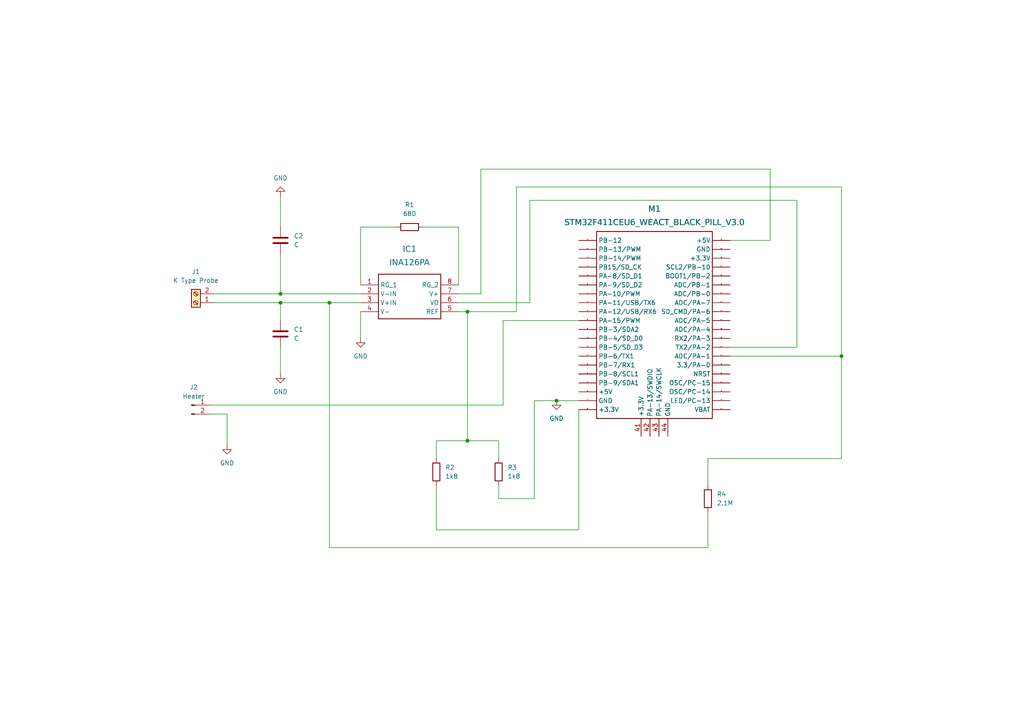
<source format=kicad_sch>
(kicad_sch (version 20231120) (generator "eeschema") (generator_version "8.0")
  (paper "User" 292.1 205.105)
  (lib_symbols
    (symbol "Connector:Conn_01x02_Pin" (pin_names (offset 1.016) hide)
      (property "Reference" "J" (at 0 2.54 0))
      (property "Value" "Conn_01x02_Pin" (at 0 -5.08 0))
      (symbol "Conn_01x02_Pin_1_1"
        (polyline (pts (xy 1.27 -2.54) (xy 0.8636 -2.54)) (stroke (width 0.1524)))
        (polyline (pts (xy 1.27 0) (xy 0.8636 0)) (stroke (width 0.1524)))
        (rectangle (start 0.8636 -2.413) (end 0 -2.667) (stroke (width 0.1524)) (fill (type outline)))
        (rectangle (start 0.8636 0.127) (end 0 -0.127) (stroke (width 0.1524)) (fill (type outline)))
        (pin passive line (at 5.08 0 180) (length 3.81) (name "Pin_1") (number "1"))
        (pin passive line (at 5.08 -2.54 180) (length 3.81) (name "Pin_2") (number "2"))
      )
    )
    (symbol "Connector:Screw_Terminal_01x02" (pin_names (offset 1.016) hide)
      (property "Reference" "J" (at 0 2.54 0))
      (property "Value" "Screw_Terminal_01x02" (at 0 -5.08 0))
      (symbol "Screw_Terminal_01x02_1_1"
        (rectangle (start -1.27 1.27) (end 1.27 -3.81) (stroke (width 0.254)) (fill (type background)))
        (circle (center 0 -2.54) (radius 0.635) (stroke (width 0.1524)))
        (polyline (pts (xy -0.5334 -2.2098) (xy 0.3302 -3.048)) (stroke (width 0.1524)))
        (polyline (pts (xy -0.5334 0.3302) (xy 0.3302 -0.508)) (stroke (width 0.1524)))
        (polyline (pts (xy -0.3556 -2.032) (xy 0.508 -2.8702)) (stroke (width 0.1524)))
        (polyline (pts (xy -0.3556 0.508) (xy 0.508 -0.3302)) (stroke (width 0.1524)))
        (circle (center 0 0) (radius 0.635) (stroke (width 0.1524)))
        (pin passive line (at -5.08 0 0) (length 3.81) (name "Pin_1") (number "1"))
        (pin passive line (at -5.08 -2.54 0) (length 3.81) (name "Pin_2") (number "2"))
      )
    )
    (symbol "Device:C" (pin_numbers hide) (pin_names (offset 0.254))
      (property "Reference" "C" (at 0.635 2.54 0))
      (property "Value" "C" (at 0.635 -2.54 0))
      (symbol "C_0_1"
        (polyline (pts (xy -2.032 -0.762) (xy 2.032 -0.762)) (stroke (width 0.508)))
        (polyline (pts (xy -2.032 0.762) (xy 2.032 0.762)) (stroke (width 0.508)))
      )
      (symbol "C_1_1"
        (pin passive line (at 0 3.81 270) (length 2.794) (name "~") (number "1"))
        (pin passive line (at 0 -3.81 90) (length 2.794) (name "~") (number "2"))
      )
    )
    (symbol "Device:R" (pin_numbers hide) (pin_names (offset 0))
      (property "Reference" "R" (at 2.032 0 90))
      (property "Value" "R" (at 0 0 90))
      (symbol "R_0_1"
        (rectangle (start -1.016 -2.54) (end 1.016 2.54) (stroke (width 0.254)))
      )
      (symbol "R_1_1"
        (pin passive line (at 0 3.81 270) (length 1.27) (name "~") (number "1"))
        (pin passive line (at 0 -3.81 90) (length 1.27) (name "~") (number "2"))
      )
    )
    (symbol "TheCodeSharman:INA126PA"
      (property "Reference" "IC1" (at -1.524 12.192 0))
      (property "Value" "INA126PA" (at -4.064 9.398 0))
      (symbol "INA126PA_0_0"
        (polyline (pts (xy -8.89 6.858) (xy -8.89 -5.842)) (stroke (width 0.254)))
        (polyline (pts (xy -8.89 6.858) (xy 8.89 6.858)) (stroke (width 0.254)))
        (polyline (pts (xy 8.89 -5.842) (xy -8.89 -5.842)) (stroke (width 0.254)))
        (polyline (pts (xy 8.89 -5.842) (xy 8.89 6.858)) (stroke (width 0.254)))
        (pin bidirectional line (at -13.97 3.81 0) (length 5.08) (name "RG_1") (number "1"))
        (pin bidirectional line (at -13.97 1.27 0) (length 5.08) (name "V-IN") (number "2"))
        (pin bidirectional line (at -13.97 -1.27 0) (length 5.08) (name "V+IN") (number "3"))
        (pin bidirectional line (at -13.97 -3.81 0) (length 5.08) (name "V-") (number "4"))
        (pin bidirectional line (at 13.97 -3.81 180) (length 5.08) (name "REF") (number "5"))
        (pin bidirectional line (at 13.97 -1.27 180) (length 5.08) (name "VO") (number "6"))
        (pin bidirectional line (at 13.97 1.27 180) (length 5.08) (name "V+") (number "7"))
        (pin bidirectional line (at 13.97 3.81 180) (length 5.08) (name "RG_2") (number "8"))
      )
    )
    (symbol "TheCodeSharman:STM32F411CEU6_WEACT_BLACK_PILL_V3.0"
      (property "Reference" "M1" (at 21.59 8.89 0))
      (property "Value" "STM32F411CEU6_WEACT_BLACK_PILL_V3.0" (at 21.59 5.08 0))
      (symbol "STM32F411CEU6_WEACT_BLACK_PILL_V3.0_0_0"
        (rectangle (start 5.08 2.54) (end 38.1 -50.8) (stroke (width 0.254)))
        (pin unspecified line (at 0 0 0) (length 5.08) (name "PB-12") (number "1"))
        (pin unspecified line (at 0 -22.86 0) (length 5.08) (name "PA-15/PWM") (number "10"))
        (pin unspecified line (at 0 -25.4 0) (length 5.08) (name "PB-3/SDA2") (number "11"))
        (pin unspecified line (at 0 -27.94 0) (length 5.08) (name "PB-4/SD_D0") (number "12"))
        (pin unspecified line (at 0 -30.48 0) (length 5.08) (name "PB-5/SD_D3") (number "13"))
        (pin unspecified line (at 0 -33.02 0) (length 5.08) (name "PB-6/TX1") (number "14"))
        (pin unspecified line (at 0 -35.56 0) (length 5.08) (name "PB-7/RX1") (number "15"))
        (pin unspecified line (at 0 -38.1 0) (length 5.08) (name "PB-8/SCL1") (number "16"))
        (pin unspecified line (at 0 -40.64 0) (length 5.08) (name "PB-9/SDA1") (number "17"))
        (pin unspecified line (at 0 -43.18 0) (length 5.08) (name "+5V") (number "18"))
        (pin unspecified line (at 0 -45.72 0) (length 5.08) (name "GND") (number "19"))
        (pin unspecified line (at 0 -2.54 0) (length 5.08) (name "PB-13/PWM") (number "2"))
        (pin unspecified line (at 0 -48.26 0) (length 5.08) (name "+3.3V") (number "20"))
        (pin unspecified line (at 43.18 -48.26 180) (length 5.08) (name "VBAT") (number "21"))
        (pin unspecified line (at 43.18 -45.72 180) (length 5.08) (name "LED/PC-13") (number "22"))
        (pin unspecified line (at 43.18 -43.18 180) (length 5.08) (name "OSC/PC-14") (number "23"))
        (pin unspecified line (at 43.18 -40.64 180) (length 5.08) (name "OSC/PC-15") (number "24"))
        (pin unspecified line (at 43.18 -38.1 180) (length 5.08) (name "NRST") (number "25"))
        (pin unspecified line (at 43.18 -35.56 180) (length 5.08) (name "3.3/PA-0") (number "26"))
        (pin unspecified line (at 43.18 -33.02 180) (length 5.08) (name "ADC/PA-1") (number "27"))
        (pin unspecified line (at 43.18 -30.48 180) (length 5.08) (name "TX2/PA-2") (number "28"))
        (pin unspecified line (at 43.18 -27.94 180) (length 5.08) (name "RX2/PA-3") (number "29"))
        (pin unspecified line (at 0 -5.08 0) (length 5.08) (name "PB-14/PWM") (number "3"))
        (pin unspecified line (at 43.18 -25.4 180) (length 5.08) (name "ADC/PA-4") (number "30"))
        (pin unspecified line (at 43.18 -22.86 180) (length 5.08) (name "ADC/PA-5") (number "31"))
        (pin unspecified line (at 43.18 -20.32 180) (length 5.08) (name "SD_CMD/PA-6") (number "32"))
        (pin unspecified line (at 43.18 -17.78 180) (length 5.08) (name "ADC/PA-7") (number "33"))
        (pin unspecified line (at 43.18 -15.24 180) (length 5.08) (name "ADC/PB-0") (number "34"))
        (pin unspecified line (at 43.18 -12.7 180) (length 5.08) (name "ADC/PB-1") (number "35"))
        (pin unspecified line (at 43.18 -10.16 180) (length 5.08) (name "BOOT1/PB-2") (number "36"))
        (pin unspecified line (at 43.18 -7.62 180) (length 5.08) (name "SCL2/PB-10") (number "37"))
        (pin unspecified line (at 43.18 -5.08 180) (length 5.08) (name "+3.3V") (number "38"))
        (pin unspecified line (at 43.18 -2.54 180) (length 5.08) (name "GND") (number "39"))
        (pin unspecified line (at 0 -7.62 0) (length 5.08) (name "PB15/SD_CK") (number "4"))
        (pin unspecified line (at 43.18 0 180) (length 5.08) (name "+5V") (number "40"))
        (pin unspecified line (at 17.78 -55.88 90) (length 5.08) (name "+3.3V") (number "41"))
        (pin unspecified line (at 20.32 -55.88 90) (length 5.08) (name "PA-13/SWDIO") (number "42"))
        (pin unspecified line (at 22.86 -55.88 90) (length 5.08) (name "PA-14/SWCLK") (number "43"))
        (pin unspecified line (at 25.4 -55.88 90) (length 5.08) (name "GND") (number "44"))
        (pin unspecified line (at 0 -10.16 0) (length 5.08) (name "PA-8/SD_D1") (number "5"))
        (pin unspecified line (at 0 -12.7 0) (length 5.08) (name "PA-9/SD_D2") (number "6"))
        (pin unspecified line (at 0 -15.24 0) (length 5.08) (name "PA-10/PWM") (number "7"))
        (pin unspecified line (at 0 -17.78 0) (length 5.08) (name "PA-11/USB/TX6") (number "8"))
        (pin unspecified line (at 0 -20.32 0) (length 5.08) (name "PA-12/USB/RX6") (number "9"))
      )
    )
    (symbol "power:GND" (power) (pin_numbers hide) (pin_names (offset 0) hide)
      (property "Value" "GND" (at 0 -3.81 0))
      (symbol "GND_0_1"
        (polyline (pts (xy 0 0) (xy 0 -1.27) (xy 1.27 -1.27) (xy 0 -2.54) (xy -1.27 -1.27) (xy 0 -1.27)))
      )
      (symbol "GND_1_1"
        (pin power_in line (at 0 0 270) (length 0) (name "~") (number "1"))
      )
    )
  )
  (junction (at 133.35 88.9))
  (junction (at 133.35 125.73))
  (junction (at 93.98 86.36))
  (junction (at 80.01 83.82))
  (junction (at 240.03 101.6))
  (junction (at 80.01 86.36))
  (junction (at 158.75 114.3))
  (wire (pts (xy 142.24 125.73) (xy 142.24 130.81)))
  (wire (pts (xy 240.03 101.6) (xy 240.03 53.34)))
  (wire (pts (xy 133.35 88.9) (xy 130.81 88.9)))
  (wire (pts (xy 151.13 57.15) (xy 151.13 86.36)))
  (wire (pts (xy 240.03 53.34) (xy 147.32 53.34)))
  (wire (pts (xy 130.81 83.82) (xy 137.16 83.82)))
  (wire (pts (xy 137.16 48.26) (xy 137.16 83.82)))
  (wire (pts (xy 80.01 72.39) (xy 80.01 83.82)))
  (wire (pts (xy 147.32 88.9) (xy 133.35 88.9)))
  (wire (pts (xy 219.71 48.26) (xy 137.16 48.26)))
  (wire (pts (xy 165.1 151.13) (xy 165.1 116.84)))
  (wire (pts (xy 130.81 64.77) (xy 130.81 81.28)))
  (wire (pts (xy 143.51 91.44) (xy 165.1 91.44)))
  (wire (pts (xy 227.33 57.15) (xy 151.13 57.15)))
  (wire (pts (xy 80.01 83.82) (xy 102.87 83.82)))
  (wire (pts (xy 133.35 88.9) (xy 133.35 125.73)))
  (wire (pts (xy 124.46 138.43) (xy 124.46 151.13)))
  (wire (pts (xy 142.24 138.43) (xy 142.24 142.24)))
  (wire (pts (xy 133.35 125.73) (xy 124.46 125.73)))
  (wire (pts (xy 64.77 118.11) (xy 64.77 127)))
  (wire (pts (xy 152.4 142.24) (xy 152.4 114.3)))
  (wire (pts (xy 227.33 99.06) (xy 227.33 57.15)))
  (wire (pts (xy 133.35 125.73) (xy 142.24 125.73)))
  (wire (pts (xy 102.87 88.9) (xy 102.87 96.52)))
  (wire (pts (xy 201.93 156.21) (xy 201.93 146.05)))
  (wire (pts (xy 143.51 115.57) (xy 143.51 91.44)))
  (wire (pts (xy 208.28 99.06) (xy 227.33 99.06)))
  (wire (pts (xy 102.87 64.77) (xy 102.87 81.28)))
  (wire (pts (xy 80.01 86.36) (xy 93.98 86.36)))
  (wire (pts (xy 93.98 86.36) (xy 102.87 86.36)))
  (wire (pts (xy 102.87 64.77) (xy 113.03 64.77)))
  (wire (pts (xy 80.01 99.06) (xy 80.01 106.68)))
  (wire (pts (xy 240.03 130.81) (xy 201.93 130.81)))
  (wire (pts (xy 152.4 114.3) (xy 158.75 114.3)))
  (wire (pts (xy 93.98 86.36) (xy 93.98 156.21)))
  (wire (pts (xy 60.96 83.82) (xy 80.01 83.82)))
  (wire (pts (xy 60.96 86.36) (xy 80.01 86.36)))
  (wire (pts (xy 142.24 142.24) (xy 152.4 142.24)))
  (wire (pts (xy 208.28 68.58) (xy 219.71 68.58)))
  (wire (pts (xy 80.01 86.36) (xy 80.01 91.44)))
  (wire (pts (xy 240.03 101.6) (xy 240.03 130.81)))
  (wire (pts (xy 80.01 55.88) (xy 80.01 64.77)))
  (wire (pts (xy 120.65 64.77) (xy 130.81 64.77)))
  (wire (pts (xy 158.75 114.3) (xy 165.1 114.3)))
  (wire (pts (xy 201.93 130.81) (xy 201.93 138.43)))
  (wire (pts (xy 93.98 156.21) (xy 201.93 156.21)))
  (wire (pts (xy 147.32 53.34) (xy 147.32 88.9)))
  (wire (pts (xy 208.28 101.6) (xy 240.03 101.6)))
  (wire (pts (xy 59.69 115.57) (xy 143.51 115.57)))
  (wire (pts (xy 219.71 68.58) (xy 219.71 48.26)))
  (wire (pts (xy 124.46 151.13) (xy 165.1 151.13)))
  (wire (pts (xy 151.13 86.36) (xy 130.81 86.36)))
  (wire (pts (xy 59.69 118.11) (xy 64.77 118.11)))
  (wire (pts (xy 124.46 125.73) (xy 124.46 130.81)))
  (symbol (lib_id "TheCodeSharman:INA126PA") (at 116.84 85.09 0) (unit 1)
    (property "Reference" "IC1" (at 116.84 71.12 0) (effects (font (size 1.6891 1.6891))))
    (property "Value" "INA126PA" (at 116.84 74.93 0) (effects (font (size 1.6891 1.6891))))
  )
  (symbol (lib_id "Device:C") (at 80.01 95.25 0) (unit 1)
    (property "Reference" "C1" (at 83.82 93.9799 0) (effects (justify left)))
    (property "Value" "C" (at 83.82 96.5199 0) (effects (justify left)))
    (property "Description" "Unpolarized capacitor" (effects (hide yes)))
  )
  (symbol (lib_id "Device:R") (at 201.93 142.24 0) (unit 1)
    (property "Reference" "R4" (at 204.47 140.9699 0) (effects (justify left)))
    (property "Value" "2.1M" (at 204.47 143.5099 0) (effects (justify left)))
    (property "Description" "Resistor" (effects (hide yes)))
  )
  (symbol (lib_id "power:GND") (at 80.01 55.88 180) (unit 1)
    (property "Reference" "#PWR02" (effects (hide yes)))
    (property "Value" "GND" (at 80.01 50.8 0))
    (property "Description" "Power symbol creates a global label with name \"GND\" , ground" (effects (hide yes)))
  )
  (symbol (lib_id "power:GND") (at 64.77 127 0) (unit 1)
    (property "Reference" "#PWR05" (effects (hide yes)))
    (property "Value" "GND" (at 64.77 132.08 0))
    (property "Description" "Power symbol creates a global label with name \"GND\" , ground" (effects (hide yes)))
  )
  (symbol (lib_id "Device:R") (at 124.46 134.62 0) (unit 1)
    (property "Reference" "R2" (at 127 133.3499 0) (effects (justify left)))
    (property "Value" "1k8" (at 127 135.8899 0) (effects (justify left)))
    (property "Description" "Resistor" (effects (hide yes)))
  )
  (symbol (lib_id "Connector:Conn_01x02_Pin") (at 54.61 115.57 0) (unit 1)
    (property "Reference" "J2" (at 55.245 110.49 0))
    (property "Value" "Heater" (at 55.245 113.03 0))
    (property "Description" "Generic connector, single row, 01x02, script generated" (effects (hide yes)))
  )
  (symbol (lib_id "power:GND") (at 80.01 106.68 0) (unit 1)
    (property "Reference" "#PWR01" (effects (hide yes)))
    (property "Value" "GND" (at 80.01 111.76 0))
    (property "Description" "Power symbol creates a global label with name \"GND\" , ground" (effects (hide yes)))
  )
  (symbol (lib_id "power:GND") (at 158.75 114.3 0) (unit 1)
    (property "Reference" "#PWR04" (effects (hide yes)))
    (property "Value" "GND" (at 158.75 119.38 0))
    (property "Description" "Power symbol creates a global label with name \"GND\" , ground" (effects (hide yes)))
  )
  (symbol (lib_id "TheCodeSharman:STM32F411CEU6_WEACT_BLACK_PILL_V3.0") (at 165.1 68.58 0) (unit 1)
    (property "Reference" "M1" (at 186.69 59.69 0) (effects (font (size 1.6891 1.6891))))
    (property "Value" "STM32F411CEU6_WEACT_BLACK_PILL_V3.0" (at 186.69 63.5 0) (effects (font (size 1.6891 1.6891))))
  )
  (symbol (lib_id "power:GND") (at 102.87 96.52 0) (unit 1)
    (property "Reference" "#PWR03" (effects (hide yes)))
    (property "Value" "GND" (at 102.87 101.6 0))
    (property "Description" "Power symbol creates a global label with name \"GND\" , ground" (effects (hide yes)))
  )
  (symbol (lib_id "Connector:Screw_Terminal_01x02") (at 55.88 86.36 180) (unit 1)
    (property "Reference" "J1" (at 55.88 77.47 0))
    (property "Value" "K Type Probe" (at 55.88 80.01 0))
    (property "Description" "Generic screw terminal, single row, 01x02, script generated (kicad-library-utils/schlib/autogen/connector/)" (effects (hide yes)))
  )
  (symbol (lib_id "Device:R") (at 116.84 64.77 270) (unit 1)
    (property "Reference" "R1" (at 116.84 58.42 90))
    (property "Value" "680" (at 116.84 60.96 90))
    (property "Description" "Resistor" (effects (hide yes)))
  )
  (symbol (lib_id "Device:C") (at 80.01 68.58 0) (unit 1)
    (property "Reference" "C2" (at 83.82 67.3099 0) (effects (justify left)))
    (property "Value" "C" (at 83.82 69.8499 0) (effects (justify left)))
    (property "Description" "Unpolarized capacitor" (effects (hide yes)))
  )
  (symbol (lib_id "Device:R") (at 142.24 134.62 0) (unit 1)
    (property "Reference" "R3" (at 144.78 133.3499 0) (effects (justify left)))
    (property "Value" "1k8" (at 144.78 135.8899 0) (effects (justify left)))
    (property "Description" "Resistor" (effects (hide yes)))
  )
)
</source>
